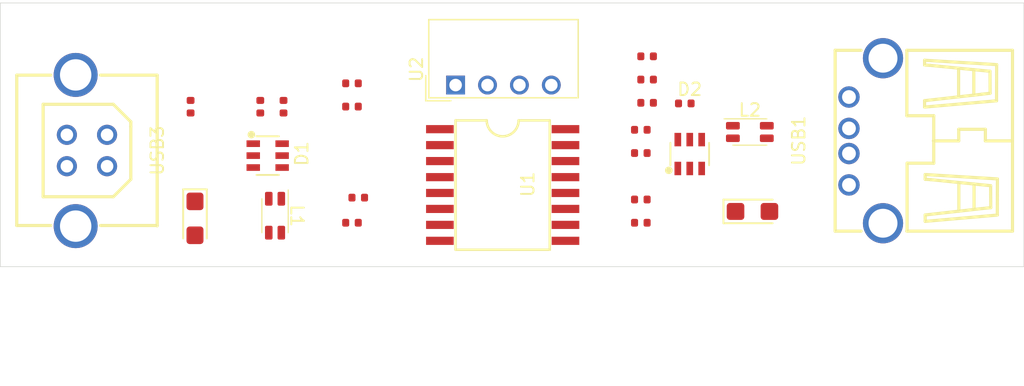
<source format=kicad_pcb>
(kicad_pcb (version 20241229) (generator "pcbnew") (generator_version "9.0")
  (layers (0 "F.Cu" signal) (2 "B.Cu" signal) (13 "F.Paste" user) (15 "B.Paste" user) (5 "F.SilkS" user "F.Silkscreen") (7 "B.SilkS" user "B.Silkscreen") (1 "F.Mask" user) (3 "B.Mask" user) (25 "Edge.Cuts" user))
  (net 0 "")
  (net 1 "GND1")
  (net 2 "+5V")
  (net 3 "VCC")
  (net 4 "GND2")
  (net 5 "Net-(USB3-D+)")
  (net 6 "/U3_+")
  (net 7 "/U3_-")
  (net 8 "Net-(USB3-D-)")
  (net 9 "U2_-")
  (net 10 "/L2_-")
  (net 11 "/L2_+")
  (net 12 "U2_+")
  (net 13 "/L1_-")
  (net 14 "/L1_+")
  (net 15 "/DD_+")
  (net 16 "/DD_-")
  (net 17 "Net-(U1-PIN)")
  (net 18 "Net-(U1-VDD2)")
  (net 19 "Net-(U1-SPU)")
  (net 20 "Net-(U1-SPD)")
  (footprint "PCM_JLCPCB:R_0402" (layer "F.Cu") (at 129.5 84.25 180)
    (property "Reference" "R15" (hide yes))
    (property "Value" "0Ω" (hide yes))
    (pad "1" smd roundrect (at -0.5 0 180) (size 0.56 0.62) (layers "F.Cu" "F.Mask" "F.Paste") (net 2 "+5V"))
    (pad "2" smd roundrect (at 0.5 0 180) (size 0.56 0.62) (layers "F.Cu" "F.Mask" "F.Paste") (net 19 "Net-(U1-SPU)"))
  )
  (footprint "Inductor_SMD:L_CommonMode_Wurth_WE-CNSW-1206" (layer "F.Cu") (at 161.18 86.275)
    (property "Reference" "L2" (at 0 -1.75 0) (layer "F.SilkS"))
    (property "Value" "Choke_Wurth_WE-CNSW_744232090")
    (fp_line (start -2.05 -1.05) (end 1.35 -1.05) (stroke (width 0.1)) (layer "F.SilkS"))
    (fp_line (start -1.35 1.05) (end 1.35 1.05) (stroke (width 0.1)) (layer "F.SilkS"))
    (pad "1" smd roundrect (at -1.35 -0.5) (size 1.1 0.6) (layers "F.Cu" "F.Mask" "F.Paste") (roundrect_rratio 0.2) (net 16 "/DD_-"))
    (pad "2" smd roundrect (at 1.35 -0.5) (size 1.1 0.6) (layers "F.Cu" "F.Mask" "F.Paste") (roundrect_rratio 0.2) (net 10 "/L2_-"))
    (pad "3" smd roundrect (at 1.35 0.5) (size 1.1 0.6) (layers "F.Cu" "F.Mask" "F.Paste") (roundrect_rratio 0.2) (net 11 "/L2_+"))
    (pad "4" smd roundrect (at -1.35 0.5) (size 1.1 0.6) (layers "F.Cu" "F.Mask" "F.Paste") (roundrect_rratio 0.2) (net 15 "/DD_+"))
  )
  (footprint "PCM_JLCPCB:C_0402" (layer "F.Cu") (at 152.5 87.95)
    (property "Reference" "C6" (hide yes))
    (property "Value" "10nF")
    (pad "1" smd roundrect (at -0.5 0) (size 0.56 0.62) (layers "F.Cu" "F.Mask" "F.Paste") (net 3 "VCC"))
    (pad "2" smd roundrect (at 0.5 0) (size 0.56 0.62) (layers "F.Cu" "F.Mask" "F.Paste") (net 4 "GND2"))
  )
  (footprint "Converter_DCDC:Converter_DCDC_TRACO_TEA1-xxxx_THT" (layer "F.Cu") (at 137.7525 82.5375 90)
    (property "Reference" "U2" (at 1.25 -3.12 90) (layer "F.SilkS"))
    (property "Value" "B0505S-1W")
    (fp_line (start -1.25 -2.38) (end 0.75 -2.38) (stroke (width 0.12)) (layer "F.SilkS"))
    (fp_line (start 5.21 -2.14) (end 5.21 9.76) (stroke (width 0.12)) (layer "F.SilkS"))
    (fp_line (start -1.01 -2.14) (end 5.21 -2.14) (stroke (width 0.12)) (layer "F.SilkS"))
    (fp_line (start -1.01 -2.14) (end -1.01 9.76) (stroke (width 0.12)) (layer "F.SilkS"))
    (fp_line (start -1.25 -0.38) (end -1.25 -2.38) (stroke (width 0.12)) (layer "F.SilkS"))
    (fp_line (start -1.01 9.76) (end 5.21 9.76) (stroke (width 0.12)) (layer "F.SilkS"))
    (pad "1" thru_hole rect (at 0 0 90) (size 1.5 1.5) (drill 1) (layers "*.Cu" "*.Mask") (net 1 "GND1"))
    (pad "2" thru_hole circle (at 0 2.54 90) (size 1.5 1.5) (drill 1) (layers "*.Cu" "*.Mask") (net 2 "+5V"))
    (pad "3" thru_hole circle (at 0 5.08 90) (size 1.5 1.5) (drill 1) (layers "*.Cu" "*.Mask") (net 4 "GND2"))
    (pad "4" thru_hole circle (at 0 7.62 90) (size 1.5 1.5) (drill 1) (layers "*.Cu" "*.Mask") (net 3 "VCC"))
  )
  (footprint "PCM_JLCPCB:C_0402" (layer "F.Cu") (at 124.05 84.26 -90)
    (property "Reference" "C3" (hide yes))
    (property "Value" "10nF")
    (pad "1" smd roundrect (at -0.5 0 270) (size 0.56 0.62) (layers "F.Cu" "F.Mask" "F.Paste") (net 2 "+5V"))
    (pad "2" smd roundrect (at 0.5 0 270) (size 0.56 0.62) (layers "F.Cu" "F.Mask" "F.Paste") (net 1 "GND1"))
  )
  (footprint "EasyEDA:WSOIC-16_L10.3-W7.5-P1.27-LS10.3-BL" (layer "F.Cu") (at 141.5 90.5 -90)
    (property "Reference" "U1" (at -0.06 -2 90) (layer "F.SilkS"))
    (property "Value" "ADUM3160BRWZ")
    (fp_line (start -5.15 3.75) (end -5.15 1.27) (stroke (width 0.2)) (layer "F.SilkS"))
    (fp_line (start 5.15 3.75) (end -5.15 3.75) (stroke (width 0.2)) (layer "F.SilkS"))
    (fp_line (start -5.15 -3.75) (end -5.15 -1.27) (stroke (width 0.2)) (layer "F.SilkS"))
    (fp_line (start -5.15 -3.75) (end 5.15 -3.75) (stroke (width 0.2)) (layer "F.SilkS"))
    (fp_line (start 5.15 -3.75) (end 5.15 3.75) (stroke (width 0.2)) (layer "F.SilkS"))
    (fp_arc (start -5.15 -1.27) (mid -3.88 0) (end -5.15 1.27) (stroke (width 0.2)) (layer "F.SilkS"))
    (pad "1" smd rect (at -4.45 5 270) (size 0.65 2.2) (layers "F.Cu" "F.Mask" "F.Paste") (net 2 "+5V"))
    (pad "2" smd rect (at -3.18 5 270) (size 0.65 2.2) (layers "F.Cu" "F.Mask" "F.Paste") (net 1 "GND1"))
    (pad "3" smd rect (at -1.91 5 270) (size 0.65 2.2) (layers "F.Cu" "F.Mask" "F.Paste") (net 2 "+5V"))
    (pad "4" smd rect (at -0.63 5 270) (size 0.65 2.2) (layers "F.Cu" "F.Mask" "F.Paste") (net 2 "+5V"))
    (pad "5" smd rect (at 0.63 5 270) (size 0.65 2.2) (layers "F.Cu" "F.Mask" "F.Paste") (net 19 "Net-(U1-SPU)"))
    (pad "6" smd rect (at 1.9 5 270) (size 0.65 2.2) (layers "F.Cu" "F.Mask" "F.Paste") (net 13 "/L1_-"))
    (pad "7" smd rect (at 3.17 5 270) (size 0.65 2.2) (layers "F.Cu" "F.Mask" "F.Paste") (net 14 "/L1_+"))
    (pad "8" smd rect (at 4.44 5 270) (size 0.65 2.2) (layers "F.Cu" "F.Mask" "F.Paste") (net 1 "GND1"))
    (pad "9" smd rect (at 4.44 -5 270) (size 0.65 2.2) (layers "F.Cu" "F.Mask" "F.Paste") (net 4 "GND2"))
    (pad "10" smd rect (at 3.17 -5 270) (size 0.65 2.2) (layers "F.Cu" "F.Mask" "F.Paste") (net 15 "/DD_+"))
    (pad "11" smd rect (at 1.9 -5 270) (size 0.65 2.2) (layers "F.Cu" "F.Mask" "F.Paste") (net 16 "/DD_-"))
    (pad "12" smd rect (at 0.63 -5 270) (size 0.65 2.2) (layers "F.Cu" "F.Mask" "F.Paste") (net 17 "Net-(U1-PIN)"))
    (pad "13" smd rect (at -0.63 -5 270) (size 0.65 2.2) (layers "F.Cu" "F.Mask" "F.Paste") (net 20 "Net-(U1-SPD)"))
    (pad "14" smd rect (at -1.91 -5 270) (size 0.65 2.2) (layers "F.Cu" "F.Mask" "F.Paste") (net 18 "Net-(U1-VDD2)"))
    (pad "15" smd rect (at -3.18 -5 270) (size 0.65 2.2) (layers "F.Cu" "F.Mask" "F.Paste") (net 4 "GND2"))
    (pad "16" smd rect (at -4.45 -5 270) (size 0.65 2.2) (layers "F.Cu" "F.Mask" "F.Paste") (net 3 "VCC"))
  )
  (footprint "PCM_JLCPCB:R_0402" (layer "F.Cu") (at 152.5 93.5)
    (property "Reference" "R1" (hide yes))
    (property "Value" "1kΩ" (hide yes))
    (pad "1" smd roundrect (at -0.5 0) (size 0.56 0.62) (layers "F.Cu" "F.Mask" "F.Paste") (net 18 "Net-(U1-VDD2)"))
    (pad "2" smd roundrect (at 0.5 0) (size 0.56 0.62) (layers "F.Cu" "F.Mask" "F.Paste") (net 17 "Net-(U1-PIN)"))
  )
  (footprint "EasyEDA:SOT-23-6_L2.9-W1.6-P0.95-LS2.8-BL" (layer "F.Cu") (at 122.79 88.155 -90)
    (property "Reference" "D1" (at -0.155 -2.71 90) (layer "F.SilkS"))
    (property "Value" "USBLC6-2SC6")
    (fp_line (start -1.54 0.89) (end -1.54 -0.89) (stroke (width 0.15)) (layer "F.SilkS"))
    (fp_line (start 1.54 0.89) (end 1.54 -0.89) (stroke (width 0.15)) (layer "F.SilkS"))
    (fp_circle (center -1.67 1.3) (end -1.52 1.3) (stroke (width 0.3)) (fill no) (layer "F.SilkS"))
    (pad "1" smd rect (at -0.95 1.15 270) (size 0.53 1.07) (layers "F.Cu" "F.Mask" "F.Paste") (net 8 "Net-(USB3-D-)"))
    (pad "2" smd rect (at 0 1.15 270) (size 0.53 1.07) (layers "F.Cu" "F.Mask" "F.Paste") (net 1 "GND1"))
    (pad "3" smd rect (at 0.95 1.15 270) (size 0.53 1.07) (layers "F.Cu" "F.Mask" "F.Paste") (net 5 "Net-(USB3-D+)"))
    (pad "4" smd rect (at 0.95 -1.15 270) (size 0.53 1.07) (layers "F.Cu" "F.Mask" "F.Paste") (net 6 "/U3_+"))
    (pad "5" smd rect (at 0 -1.15 270) (size 0.53 1.07) (layers "F.Cu" "F.Mask" "F.Paste") (net 2 "+5V"))
    (pad "6" smd rect (at -0.95 -1.15 270) (size 0.53 1.07) (layers "F.Cu" "F.Mask" "F.Paste") (net 7 "/U3_-"))
  )
  (footprint "PCM_JLCPCB:R_0402" (layer "F.Cu") (at 156 84)
    (property "Reference" "R17" (hide yes))
    (property "Value" "0Ω" (hide yes))
    (pad "1" smd roundrect (at -0.5 0) (size 0.56 0.62) (layers "F.Cu" "F.Mask" "F.Paste") (net 20 "Net-(U1-SPD)"))
    (pad "2" smd roundrect (at 0.5 0) (size 0.56 0.62) (layers "F.Cu" "F.Mask" "F.Paste") (net 4 "GND2"))
  )
  (footprint "PCM_JLCPCB:R_0402" (layer "F.Cu") (at 130 91.5 180)
    (property "Reference" "R11" (hide yes))
    (property "Value" "0Ω" (hide yes))
    (pad "1" smd roundrect (at -0.5 0 180) (size 0.56 0.62) (layers "F.Cu" "F.Mask" "F.Paste") (net 7 "/U3_-"))
    (pad "2" smd roundrect (at 0.5 0 180) (size 0.56 0.62) (layers "F.Cu" "F.Mask" "F.Paste") (net 13 "/L1_-"))
  )
  (footprint "PCM_JLCPCB:C_0402" (layer "F.Cu") (at 122.2 84.26 -90)
    (property "Reference" "C4" (hide yes))
    (property "Value" "10nF")
    (pad "1" smd roundrect (at -0.5 0 270) (size 0.56 0.62) (layers "F.Cu" "F.Mask" "F.Paste") (net 2 "+5V"))
    (pad "2" smd roundrect (at 0.5 0 270) (size 0.56 0.62) (layers "F.Cu" "F.Mask" "F.Paste") (net 1 "GND1"))
  )
  (footprint "PCM_JLCPCB:C_CASE-A-3216-18(mm)" (layer "F.Cu") (at 117 93.15 -90)
    (property "Reference" "C1" (hide yes))
    (property "Value" "10uF")
    (fp_line (start -2.31 0.94) (end 1.6 0.94) (stroke (width 0.15)) (layer "F.SilkS"))
    (fp_line (start -2.31 -0.94) (end -2.31 0.94) (stroke (width 0.15)) (layer "F.SilkS"))
    (fp_line (start 1.6 -0.94) (end -2.31 -0.94) (stroke (width 0.15)) (layer "F.SilkS"))
    (pad "1" smd roundrect (at -1.35 0 270) (size 1.4 1.35) (layers "F.Cu" "F.Mask" "F.Paste") (roundrect_rratio 0.185185) (net 2 "+5V"))
    (pad "2" smd roundrect (at 1.35 0 270) (size 1.4 1.35) (layers "F.Cu" "F.Mask" "F.Paste") (roundrect_rratio 0.185185) (net 1 "GND1"))
  )
  (footprint "PCM_JLCPCB:C_CASE-A-3216-18(mm)" (layer "F.Cu") (at 161.39 92.6)
    (property "Reference" "C2" (hide yes))
    (property "Value" "10uF")
    (fp_line (start -2.31 -0.94) (end -2.31 0.94) (stroke (width 0.15)) (layer "F.SilkS"))
    (fp_line (start -2.31 0.94) (end 1.6 0.94) (stroke (width 0.15)) (layer "F.SilkS"))
    (fp_line (start 1.6 -0.94) (end -2.31 -0.94) (stroke (width 0.15)) (layer "F.SilkS"))
    (pad "1" smd roundrect (at -1.35 0) (size 1.4 1.35) (layers "F.Cu" "F.Mask" "F.Paste") (roundrect_rratio 0.185185) (net 3 "VCC"))
    (pad "2" smd roundrect (at 1.35 0) (size 1.4 1.35) (layers "F.Cu" "F.Mask" "F.Paste") (roundrect_rratio 0.185185) (net 4 "GND2"))
  )
  (footprint "PCM_JLCPCB:R_0402" (layer "F.Cu") (at 129.5 93.5 180)
    (property "Reference" "R10" (hide yes))
    (property "Value" "0Ω" (hide yes))
    (pad "1" smd roundrect (at -0.5 0 180) (size 0.56 0.62) (layers "F.Cu" "F.Mask" "F.Paste") (net 6 "/U3_+"))
    (pad "2" smd roundrect (at 0.5 0 180) (size 0.56 0.62) (layers "F.Cu" "F.Mask" "F.Paste") (net 14 "/L1_+"))
  )
  (footprint "PCM_JLCPCB:R_0402" (layer "F.Cu") (at 153 83.95)
    (property "Reference" "R14" (hide yes))
    (property "Value" "0Ω" (hide yes))
    (pad "1" smd roundrect (at -0.5 0) (size 0.56 0.62) (layers "F.Cu" "F.Mask" "F.Paste") (net 3 "VCC"))
    (pad "2" smd roundrect (at 0.5 0) (size 0.56 0.62) (layers "F.Cu" "F.Mask" "F.Paste") (net 20 "Net-(U1-SPD)"))
  )
  (footprint "PCM_JLCPCB:C_0402" (layer "F.Cu") (at 116.65 84.26 -90)
    (property "Reference" "C7" (hide yes))
    (property "Value" "10nF")
    (pad "1" smd roundrect (at -0.5 0 270) (size 0.56 0.62) (layers "F.Cu" "F.Mask" "F.Paste") (net 2 "+5V"))
    (pad "2" smd roundrect (at 0.5 0 270) (size 0.56 0.62) (layers "F.Cu" "F.Mask" "F.Paste") (net 1 "GND1"))
  )
  (footprint "PCM_JLCPCB:R_0402" (layer "F.Cu") (at 153 82.1)
    (property "Reference" "R13" (hide yes))
    (property "Value" "0Ω" (hide yes))
    (pad "1" smd roundrect (at -0.5 0) (size 0.56 0.62) (layers "F.Cu" "F.Mask" "F.Paste") (net 15 "/DD_+"))
    (pad "2" smd roundrect (at 0.5 0) (size 0.56 0.62) (layers "F.Cu" "F.Mask" "F.Paste") (net 11 "/L2_+"))
  )
  (footprint "PCM_JLCPCB:C_0402" (layer "F.Cu") (at 152.5 86.1)
    (property "Reference" "C5" (hide yes))
    (property "Value" "10nF")
    (pad "1" smd roundrect (at -0.5 0) (size 0.56 0.62) (layers "F.Cu" "F.Mask" "F.Paste") (net 3 "VCC"))
    (pad "2" smd roundrect (at 0.5 0) (size 0.56 0.62) (layers "F.Cu" "F.Mask" "F.Paste") (net 4 "GND2"))
  )
  (footprint "EasyEDA:USB-A-TH_AF-WJDG" (layer "F.Cu") (at 170.4325 86.97 90)
    (property "Reference" "USB1" (at 0 -5.36 90) (layer "F.SilkS"))
    (property "Value" "AF 90° WJDG")
    (fp_line (start 7.2 -2.46) (end 7.2 -0.4) (stroke (width 0.25)) (layer "F.SilkS"))
    (fp_line (start -7.2 -2.46) (end 7.2 -2.46) (stroke (width 0.25)) (layer "F.SilkS"))
    (fp_line (start -7.2 -2.46) (end -7.2 -0.4) (stroke (width 0.25)) (layer "F.SilkS"))
    (fp_line (start 7.2 3.24) (end 7.2 11.66) (stroke (width 0.25)) (layer "F.SilkS"))
    (fp_line (start -7.2 3.24) (end -7.2 11.66) (stroke (width 0.25)) (layer "F.SilkS"))
    (fp_line (start 7.19 3.25) (end 1.99 3.25) (stroke (width 0.25)) (layer "F.SilkS"))
    (fp_line (start 1.99 3.25) (end 1.99 5.39) (stroke (width 0.25)) (layer "F.SilkS"))
    (fp_line (start -1.79 3.27) (end -7.19 3.27) (stroke (width 0.25)) (layer "F.SilkS"))
    (fp_line (start 6.41 4.66) (end 6.06 10.4) (stroke (width 0.25)) (layer "F.SilkS"))
    (fp_line (start 6.03 4.66) (end 6.41 4.66) (stroke (width 0.25)) (layer "F.SilkS"))
    (fp_line (start 3.19 4.66) (end 3.7 9.2) (stroke (width 0.25)) (layer "F.SilkS"))
    (fp_line (start 2.68 4.66) (end 3.19 4.66) (stroke (width 0.25)) (layer "F.SilkS"))
    (fp_line (start -2.69 4.71) (end -3.04 10.46) (stroke (width 0.25)) (layer "F.SilkS"))
    (fp_line (start -3.07 4.71) (end -2.69 4.71) (stroke (width 0.25)) (layer "F.SilkS"))
    (fp_line (start -5.91 4.71) (end -5.4 9.25) (stroke (width 0.25)) (layer "F.SilkS"))
    (fp_line (start -6.42 4.71) (end -5.91 4.71) (stroke (width 0.25)) (layer "F.SilkS"))
    (fp_line (start 6 5.09) (end 6.03 4.66) (stroke (width 0.25)) (layer "F.SilkS"))
    (fp_line (start -3.1 5.14) (end -3.07 4.71) (stroke (width 0.25)) (layer "F.SilkS"))
    (fp_line (start -0.01 5.36) (end -0.01 7.38) (stroke (width 0.25)) (layer "F.SilkS"))
    (fp_line (start 1.99 5.39) (end -1.79 5.39) (stroke (width 0.25)) (layer "F.SilkS"))
    (fp_line (start -1.79 5.39) (end -1.79 3.27) (stroke (width 0.25)) (layer "F.SilkS"))
    (fp_line (start 3.49 7.37) (end 5.75 7.37) (stroke (width 0.25)) (layer "F.SilkS"))
    (fp_line (start 0.91 7.38) (end 0.91 9.5) (stroke (width 0.25)) (layer "F.SilkS"))
    (fp_line (start -0.01 7.38) (end 0.91 7.38) (stroke (width 0.25)) (layer "F.SilkS"))
    (fp_line (start -5.61 7.39) (end -3.35 7.39) (stroke (width 0.25)) (layer "F.SilkS"))
    (fp_line (start 3.63 8.58) (end 5.66 8.58) (stroke (width 0.25)) (layer "F.SilkS"))
    (fp_line (start -5.47 8.6) (end -3.44 8.6) (stroke (width 0.25)) (layer "F.SilkS"))
    (fp_line (start 3.7 9.2) (end 3.78 9.88) (stroke (width 0.25)) (layer "F.SilkS"))
    (fp_line (start -5.4 9.25) (end -5.33 9.93) (stroke (width 0.25)) (layer "F.SilkS"))
    (fp_line (start 0.91 9.5) (end -0.01 9.5) (stroke (width 0.25)) (layer "F.SilkS"))
    (fp_line (start -0.01 9.5) (end -0.01 11.53) (stroke (width 0.25)) (layer "F.SilkS"))
    (fp_line (start 5.53 9.87) (end 6 5.09) (stroke (width 0.25)) (layer "F.SilkS"))
    (fp_line (start 3.78 9.88) (end 5.53 9.87) (stroke (width 0.25)) (layer "F.SilkS"))
    (fp_line (start -3.58 9.92) (end -3.1 5.14) (stroke (width 0.25)) (layer "F.SilkS"))
    (fp_line (start -5.33 9.93) (end -3.58 9.92) (stroke (width 0.25)) (layer "F.SilkS"))
    (fp_line (start 3.18 10.39) (end 2.68 4.66) (stroke (width 0.25)) (layer "F.SilkS"))
    (fp_line (start 6.06 10.4) (end 3.18 10.39) (stroke (width 0.25)) (layer "F.SilkS"))
    (fp_line (start -5.92 10.45) (end -6.42 4.71) (stroke (width 0.25)) (layer "F.SilkS"))
    (fp_line (start -3.04 10.46) (end -5.92 10.45) (stroke (width 0.25)) (layer "F.SilkS"))
    (fp_line (start -7.2 11.66) (end 7.2 11.66) (stroke (width 0.25)) (layer "F.SilkS"))
    (pad "1" thru_hole circle (at -3.52 -1.36) (size 1.7 1.7) (drill 1.100023) (layers "*.Cu" "*.Mask") (net 3 "VCC"))
    (pad "2" thru_hole circle (at -1.02 -1.36) (size 1.7 1.7) (drill 1.100023) (layers "*.Cu" "*.Mask") (net 9 "U2_-"))
    (pad "3" thru_hole circle (at 0.98 -1.36) (size 1.7 1.7) (drill 1.100023) (layers "*.Cu" "*.Mask") (net 12 "U2_+"))
    (pad "4" thru_hole circle (at 3.48 -1.36) (size 1.7 1.7) (drill 1.100023) (layers "*.Cu" "*.Mask") (net 4 "GND2"))
    (pad "5" thru_hole circle (at -6.57 1.35 180) (size 3.2 3.2) (drill 2.300021) (layers "*.Cu" "*.Mask") (net 4 "GND2"))
    (pad "5" thru_hole circle (at 6.57 1.35 180) (size 3.2 3.2) (drill 2.300021) (layers "*.Cu" "*.Mask") (net 4 "GND2"))
  )
  (footprint "EasyEDA:SOT-23-6_L2.9-W1.6-P0.95-LS2.8-BL" (layer "F.Cu") (at 156.395 88.03)
    (property "Reference" "D2" (at 0 -5.15 0) (layer "F.SilkS"))
    (property "Value" "USBLC6-2SC6")
    (fp_line (start -1.54 0.89) (end -1.54 -0.89) (stroke (width 0.15)) (layer "F.SilkS"))
    (fp_line (start 1.54 0.89) (end 1.54 -0.89) (stroke (width 0.15)) (layer "F.SilkS"))
    (fp_circle (center -1.67 1.3) (end -1.52 1.3) (stroke (width 0.3)) (fill no) (layer "F.SilkS"))
    (pad "1" smd rect (at -0.95 1.15) (size 0.53 1.07) (layers "F.Cu" "F.Mask" "F.Paste") (net 10 "/L2_-"))
    (pad "2" smd rect (at 0 1.15) (size 0.53 1.07) (layers "F.Cu" "F.Mask" "F.Paste") (net 4 "GND2"))
    (pad "3" smd rect (at 0.95 1.15) (size 0.53 1.07) (layers "F.Cu" "F.Mask" "F.Paste") (net 11 "/L2_+"))
    (pad "4" smd rect (at 0.95 -1.15) (size 0.53 1.07) (layers "F.Cu" "F.Mask" "F.Paste") (net 12 "U2_+"))
    (pad "5" smd rect (at 0 -1.15) (size 0.53 1.07) (layers "F.Cu" "F.Mask" "F.Paste") (net 3 "VCC"))
    (pad "6" smd rect (at -0.95 -1.15) (size 0.53 1.07) (layers "F.Cu" "F.Mask" "F.Paste") (net 9 "U2_-"))
  )
  (footprint "PCM_JLCPCB:R_0402" (layer "F.Cu") (at 129.5 82.4 180)
    (property "Reference" "R16" (hide yes))
    (property "Value" "0Ω" (hide yes))
    (pad "1" smd roundrect (at -0.5 0 180) (size 0.56 0.62) (layers "F.Cu" "F.Mask" "F.Paste") (net 19 "Net-(U1-SPU)"))
    (pad "2" smd roundrect (at 0.5 0 180) (size 0.56 0.62) (layers "F.Cu" "F.Mask" "F.Paste") (net 1 "GND1"))
  )
  (footprint "PCM_JLCPCB:R_0402" (layer "F.Cu") (at 153 80.25)
    (property "Reference" "R12" (hide yes))
    (property "Value" "0Ω" (hide yes))
    (pad "1" smd roundrect (at -0.5 0) (size 0.56 0.62) (layers "F.Cu" "F.Mask" "F.Paste") (net 16 "/DD_-"))
    (pad "2" smd roundrect (at 0.5 0) (size 0.56 0.62) (layers "F.Cu" "F.Mask" "F.Paste") (net 10 "/L2_-"))
  )
  (footprint "EasyEDA:USB-B-TH_USB-B12-BRW" (layer "F.Cu") (at 108.4 87.75 -90)
    (property "Reference" "USB3" (at 0 -5.6 90) (layer "F.SilkS"))
    (property "Value" "USB-B12-BRW")
    (fp_line (start -6 5.59) (end 5.97 5.59) (stroke (width 0.25)) (layer "F.SilkS"))
    (fp_line (start 5.97 5.59) (end 5.97 2.88) (stroke (width 0.25)) (layer "F.SilkS"))
    (fp_line (start -3.68 3.49) (end -3.68 -2.1) (stroke (width 0.25)) (layer "F.SilkS"))
    (fp_line (start 3.68 3.49) (end -3.68 3.49) (stroke (width 0.25)) (layer "F.SilkS"))
    (fp_line (start -6 2.88) (end -6 5.59) (stroke (width 0.25)) (layer "F.SilkS"))
    (fp_line (start 5.97 -1.08) (end 5.97 -5.59) (stroke (width 0.25)) (layer "F.SilkS"))
    (fp_line (start -3.68 -2.1) (end -2.29 -3.49) (stroke (width 0.25)) (layer "F.SilkS"))
    (fp_line (start 3.68 -2.1) (end 3.68 3.49) (stroke (width 0.25)) (layer "F.SilkS"))
    (fp_line (start -2.29 -3.49) (end -1.9 -3.49) (stroke (width 0.25)) (layer "F.SilkS"))
    (fp_line (start 2.29 -3.49) (end 3.68 -2.1) (stroke (width 0.25)) (layer "F.SilkS"))
    (fp_line (start 2.29 -3.49) (end -1.9 -3.49) (stroke (width 0.25)) (layer "F.SilkS"))
    (fp_line (start -6 -5.59) (end -6 -1.08) (stroke (width 0.25)) (layer "F.SilkS"))
    (fp_line (start -6 -5.59) (end 6 -5.59) (stroke (width 0.25)) (layer "F.SilkS"))
    (pad "1" thru_hole circle (at 1.25 -1.6 270) (size 1.6 1.6) (drill 0.999998) (layers "*.Cu" "*.Mask") (net 2 "+5V"))
    (pad "2" thru_hole circle (at -1.25 -1.6 270) (size 1.6 1.6) (drill 0.999998) (layers "*.Cu" "*.Mask") (net 8 "Net-(USB3-D-)"))
    (pad "3" thru_hole circle (at -1.25 1.6 270) (size 1.6 1.6) (drill 0.999998) (layers "*.Cu" "*.Mask") (net 5 "Net-(USB3-D+)"))
    (pad "4" thru_hole circle (at 1.25 1.6 270) (size 1.6 1.6) (drill 0.999998) (layers "*.Cu" "*.Mask") (net 1 "GND1"))
    (pad "5" thru_hole circle (at -6.02 0.9 270) (size 3.5 3.5) (drill 2.50002) (layers "*.Cu" "*.Mask") (net 1 "GND1"))
    (pad "6" thru_hole circle (at 6.02 0.9 270) (size 3.5 3.5) (drill 2.50002) (layers "*.Cu" "*.Mask") (net 1 "GND1"))
  )
  (footprint "PCM_JLCPCB:C_0402" (layer "F.Cu") (at 152.5 91.65)
    (property "Reference" "C8" (hide yes))
    (property "Value" "10nF")
    (pad "1" smd roundrect (at -0.5 0) (size 0.56 0.62) (layers "F.Cu" "F.Mask" "F.Paste") (net 3 "VCC"))
    (pad "2" smd roundrect (at 0.5 0) (size 0.56 0.62) (layers "F.Cu" "F.Mask" "F.Paste") (net 4 "GND2"))
  )
  (footprint "Inductor_SMD:L_CommonMode_Wurth_WE-CNSW-1206" (layer "F.Cu") (at 123.375 92.94 -90)
    (property "Reference" "L1" (at 0 -1.75 270) (layer "F.SilkS"))
    (property "Value" "Choke_Wurth_WE-CNSW_744232090")
    (fp_line (start -1.35 1.05) (end 1.35 1.05) (stroke (width 0.1)) (layer "F.SilkS"))
    (fp_line (start -2.05 -1.05) (end 1.35 -1.05) (stroke (width 0.1)) (layer "F.SilkS"))
    (pad "1" smd roundrect (at -1.35 -0.5 270) (size 1.1 0.6) (layers "F.Cu" "F.Mask" "F.Paste") (roundrect_rratio 0.2) (net 13 "/L1_-"))
    (pad "2" smd roundrect (at 1.35 -0.5 270) (size 1.1 0.6) (layers "F.Cu" "F.Mask" "F.Paste") (roundrect_rratio 0.2) (net 7 "/U3_-"))
    (pad "3" smd roundrect (at 1.35 0.5 270) (size 1.1 0.6) (layers "F.Cu" "F.Mask" "F.Paste") (roundrect_rratio 0.2) (net 6 "/U3_+"))
    (pad "4" smd roundrect (at -1.35 0.5 270) (size 1.1 0.6) (layers "F.Cu" "F.Mask" "F.Paste") (roundrect_rratio 0.2) (net 14 "/L1_+"))
  )
  (gr_rect (start 101.5 76) (end 183 97) (stroke (width 0.05)) (fill no) (layer "Edge.Cuts"))
)
</source>
